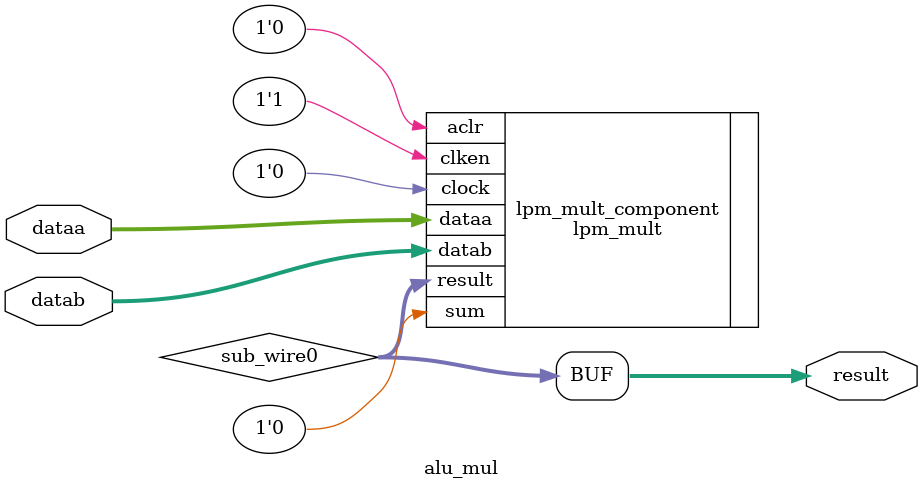
<source format=v>
module alu_mul (
	dataa,
	datab,
	result);
	input	[7:0]  dataa;
	input	[7:0]  datab;
	output	[15:0]  result;
	wire [15:0] sub_wire0;
	wire [15:0] result = sub_wire0[15:0];
	lpm_mult	lpm_mult_component (
				.dataa (dataa),
				.datab (datab),
				.result (sub_wire0),
				.aclr (1'b0),
				.clken (1'b1),
				.clock (1'b0),
				.sum (1'b0));
	defparam
		lpm_mult_component.lpm_hint = "MAXIMIZE_SPEED=5",
		lpm_mult_component.lpm_representation = "UNSIGNED",
		lpm_mult_component.lpm_type = "LPM_MULT",
		lpm_mult_component.lpm_widtha = 8,
		lpm_mult_component.lpm_widthb = 8,
		lpm_mult_component.lpm_widthp = 16;
endmodule
</source>
